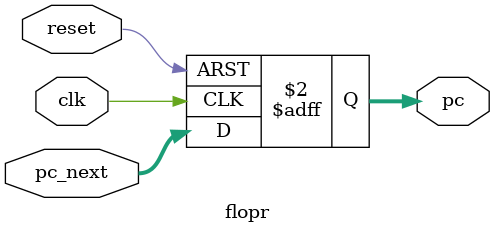
<source format=sv>
module flopr #(parameter WIDTH = 16)
	(
		input logic clk, reset,
		input logic [WIDTH-1:0] pc_next,
		output logic [WIDTH-1:0] pc
	);
	
	always_ff @(posedge clk, posedge reset)
	begin
		if(reset) pc <= 0;
		else pc <= pc_next;
	end
	
endmodule
</source>
